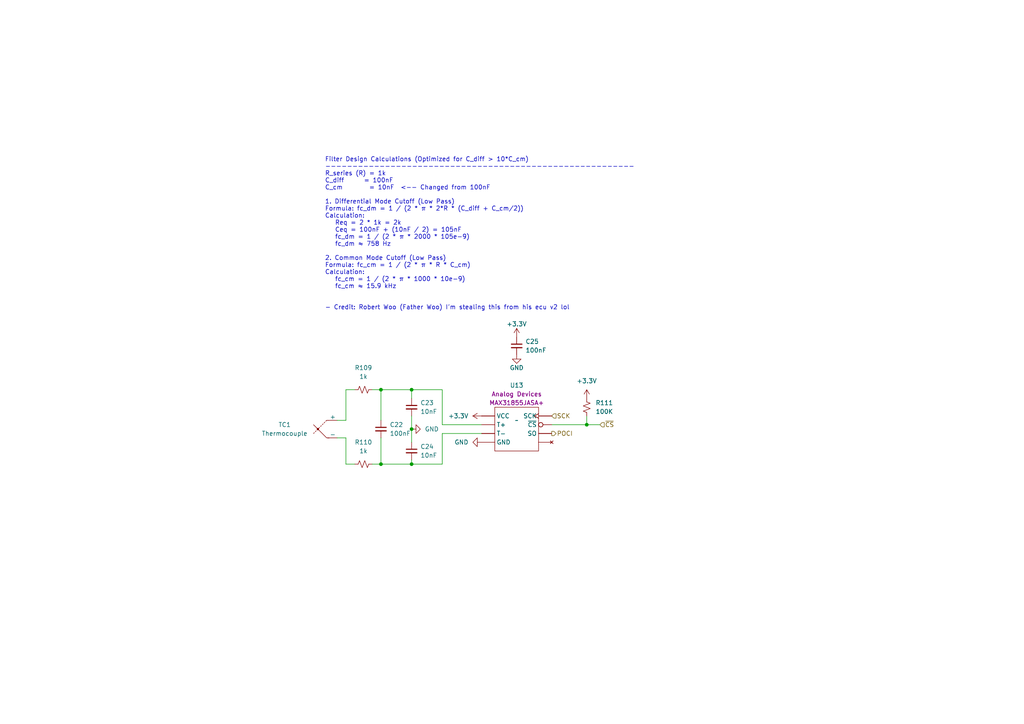
<source format=kicad_sch>
(kicad_sch (version 20250114) (generator "eeschema") (generator_version "9.0")
  (paper "A4")
  (lib_symbols
    (symbol "Device:C_Small" (pin_numbers (hide yes)) (pin_names (offset 0.254) (hide yes))
      (property "Reference" "C" (at 0.254 1.778 0))
      (property "Value" "C_Small" (at 0.254 -2.032 0))
      (symbol "C_Small_0_1"
        (polyline (pts (xy -1.524 0.508) (xy 1.524 0.508)) (stroke (width 0.3048)))
        (polyline (pts (xy -1.524 -0.508) (xy 1.524 -0.508)) (stroke (width 0.3302)))
      )
      (symbol "C_Small_1_1"
        (pin passive line (at 0 2.54 270) (length 2.032) (name "~") (number "1"))
        (pin passive line (at 0 -2.54 90) (length 2.032) (name "~") (number "2"))
      )
    )
    (symbol "Device:R_Small_US" (pin_numbers (hide yes)) (pin_names (offset 0.254) (hide yes))
      (property "Reference" "R" (at 0.762 0.508 0))
      (property "Value" "R_Small_US" (at 0.762 -1.016 0))
      (symbol "R_Small_US_1_1"
        (polyline (pts (xy 0 1.524) (xy 1.016 1.143) (xy 0 0.762) (xy -1.016 0.381) (xy 0 0)))
        (polyline (pts (xy 0 0) (xy 1.016 -0.381) (xy 0 -0.762) (xy -1.016 -1.143) (xy 0 -1.524)))
        (pin passive line (at 0 2.54 270) (length 1.016) (name "~") (number "1"))
        (pin passive line (at 0 -2.54 90) (length 1.016) (name "~") (number "2"))
      )
    )
    (symbol "Device:Thermocouple" (pin_numbers (hide yes)) (pin_names (offset 0))
      (property "Reference" "TC" (at -3.048 3.81 0))
      (property "Value" "Thermocouple" (at -5.08 -4.064 0))
      (symbol "Thermocouple_0_1"
        (polyline (pts (xy -4.064 -1.016) (xy -4.318 -1.27)))
        (polyline (pts (xy -3.556 -0.508) (xy -3.81 -0.762)))
        (circle (center -3.048 0) (radius 0.254) (fill (type outline)))
        (polyline (pts (xy -3.048 0) (xy -3.302 -0.254)))
        (polyline (pts (xy -2.54 0.508) (xy -2.794 0.254)))
        (polyline (pts (xy -2.032 1.016) (xy -2.286 0.762)))
        (polyline (pts (xy -1.524 1.524) (xy -1.778 1.27)))
        (polyline (pts (xy -1.016 2.032) (xy -1.27 1.778)))
        (polyline (pts (xy -0.508 2.54) (xy -0.762 2.286)))
        (polyline (pts (xy 0 2.54) (xy -0.508 2.54)))
        (polyline (pts (xy 0 -2.54) (xy -0.254 -2.54)))
        (polyline (pts (xy 0.254 -2.54) (xy -0.508 -2.54) (xy -4.318 1.27)))
      )
      (symbol "Thermocouple_1_1"
        (pin passive line (at 2.54 2.54 180) (length 2.54) (name "+") (number "1"))
        (pin passive line (at 2.54 -2.54 180) (length 2.54) (name "-") (number "2"))
      )
    )
    (symbol "UCIRP-KiCAD-Lib:MAX31855" (pin_numbers (hide yes))
      (property "Reference" "U" (at 0 7.62 0))
      (property "Manufacturer" "Analog Devices" (at 0 0 0))
      (property "Part #" "MAX31855" (at 0 0 0))
      (symbol "MAX31855_0_1"
        (rectangle (start -6.35 6.35) (end 6.35 -6.35))
      )
      (symbol "MAX31855_1_1"
        (pin power_in line (at -10.16 3.81 0) (length 3.81) (name "GND") (number "1"))
        (pin input line (at -10.16 1.27 0) (length 3.81) (name "T-") (number "2"))
        (pin input line (at -10.16 -1.27 0) (length 3.81) (name "T+") (number "3"))
        (pin power_in line (at -10.16 -3.81 0) (length 3.81) (name "VCC") (number "4"))
        (pin no_connect line (at 10.16 3.81 180) (length 3.81) (name "") (number "8"))
        (pin output line (at 10.16 1.27 180) (length 3.81) (name "SO") (number "7"))
        (pin input inverted (at 10.16 -1.27 180) (length 3.81) (name "~{CS}") (number "6"))
        (pin input clock (at 10.16 -3.81 180) (length 3.81) (name "SCK") (number "5"))
      )
    )
    (symbol "power:+3.3V" (power) (pin_names (offset 0))
      (property "Value" "+3.3V" (at 0 3.556 0))
      (symbol "+3.3V_0_1"
        (polyline (pts (xy -0.762 1.27) (xy 0 2.54)))
        (polyline (pts (xy 0 2.54) (xy 0.762 1.27)))
        (polyline (pts (xy 0 0) (xy 0 2.54)))
      )
      (symbol "+3.3V_1_1"
        (pin power_in line (at 0 0 90) (length 0) (hide yes) (name "+3.3V") (number "1"))
      )
    )
    (symbol "power:GND" (power) (pin_names (offset 0))
      (property "Value" "GND" (at 0 -3.81 0))
      (symbol "GND_0_1"
        (polyline (pts (xy 0 0) (xy 0 -1.27) (xy 1.27 -1.27) (xy 0 -2.54) (xy -1.27 -1.27) (xy 0 -1.27)))
      )
      (symbol "GND_1_1"
        (pin power_in line (at 0 0 270) (length 0) (hide yes) (name "GND") (number "1"))
      )
    )
  )
  (text "Filter Design Calculations (Optimized for C_diff > 10*C_cm)\n---------------------------------------------------------\nR_series (R) = 1k\nC_diff      = 100nF\nC_cm        = 10nF  <-- Changed from 100nF\n\n1. Differential Mode Cutoff (Low Pass)\nFormula: fc_dm = 1 / (2 * π * 2*R * (C_diff + C_cm/2))\nCalculation:\n   Req = 2 * 1k = 2k\n   Ceq = 100nF + (10nF / 2) = 105nF\n   fc_dm = 1 / (2 * π * 2000 * 105e-9)\n   fc_dm ≈ 758 Hz\n\n2. Common Mode Cutoff (Low Pass)\nFormula: fc_cm = 1 / (2 * π * R * C_cm)\nCalculation:\n   fc_cm = 1 / (2 * π * 1000 * 10e-9)\n   fc_cm ≈ 15.9 kHz\n\n\n- Credit: Robert Woo (Father Woo) I'm stealing this from his ecu v2 lol" (at 94.234 67.818 0) (effects (font (size 1.27 1.27)) (justify left)))
  (junction (at 110.49 113.03))
  (junction (at 119.38 113.03))
  (junction (at 110.49 134.62))
  (junction (at 119.38 134.62))
  (junction (at 170.18 123.19))
  (junction (at 119.38 124.46))
  (wire (pts (xy 139.7 125.73) (xy 128.27 125.73)))
  (wire (pts (xy 173.99 123.19) (xy 170.18 123.19)))
  (wire (pts (xy 128.27 113.03) (xy 128.27 123.19)))
  (wire (pts (xy 110.49 134.62) (xy 119.38 134.62)))
  (wire (pts (xy 119.38 133.35) (xy 119.38 134.62)))
  (wire (pts (xy 110.49 127) (xy 110.49 134.62)))
  (wire (pts (xy 170.18 120.65) (xy 170.18 123.19)))
  (wire (pts (xy 107.95 134.62) (xy 110.49 134.62)))
  (wire (pts (xy 119.38 124.46) (xy 119.38 128.27)))
  (wire (pts (xy 119.38 134.62) (xy 128.27 134.62)))
  (wire (pts (xy 110.49 113.03) (xy 107.95 113.03)))
  (wire (pts (xy 100.33 121.92) (xy 97.79 121.92)))
  (wire (pts (xy 97.79 127) (xy 100.33 127)))
  (wire (pts (xy 100.33 113.03) (xy 100.33 121.92)))
  (wire (pts (xy 100.33 134.62) (xy 102.87 134.62)))
  (wire (pts (xy 139.7 123.19) (xy 128.27 123.19)))
  (wire (pts (xy 110.49 113.03) (xy 110.49 121.92)))
  (wire (pts (xy 119.38 113.03) (xy 128.27 113.03)))
  (wire (pts (xy 119.38 120.65) (xy 119.38 124.46)))
  (wire (pts (xy 119.38 115.57) (xy 119.38 113.03)))
  (wire (pts (xy 102.87 113.03) (xy 100.33 113.03)))
  (wire (pts (xy 100.33 127) (xy 100.33 134.62)))
  (wire (pts (xy 128.27 125.73) (xy 128.27 134.62)))
  (wire (pts (xy 110.49 113.03) (xy 119.38 113.03)))
  (wire (pts (xy 170.18 123.19) (xy 160.02 123.19)))
  (hierarchical_label "SCK" (shape input) (at 160.02 120.65 0))
  (hierarchical_label "~{CS}" (shape input) (at 173.99 123.19 0))
  (hierarchical_label "POCI" (shape output) (at 160.02 125.73 0))
  (symbol (lib_id "power:+3.3V") (at 170.18 115.57 0) (unit 1)
    (property "Reference" "#PWR0136" (effects (hide yes)))
    (property "Value" "+3.3V" (at 170.18 110.49 0))
    (property "Description" "Power symbol creates a global label with name \"+3.3V\"" (effects (hide yes)))
    (instances (project "gse2-hardware" (path "" (reference "#PWR0136") (unit 1)) (path "" (reference "#PWR0299") (unit 1)) (path "" (reference "#PWR0210") (unit 1))))
  )
  (symbol (lib_id "Device:Thermocouple") (at 95.25 124.46 0) (unit 1)
    (property "Reference" "TC1" (at 82.55 123.19 0))
    (property "Value" "Thermocouple" (at 82.55 125.73 0))
    (property "Footprint" "0UCIRP-KiCAD-Lib:AM-K-PCB" (effects (hide yes)))
    (property "Datasheet" "https://www.farnell.com/datasheets/4071246.pdf" (effects (hide yes)))
    (property "Manufacturer" "Labfacility" (effects (hide yes)))
    (property "Part #" "AM-K-PCB" (effects (hide yes)))
    (instances (project "gse2-hardware" (path "" (reference "TC1") (unit 1)) (path "" (reference "TC3") (unit 1)) (path "" (reference "TC2") (unit 1))))
  )
  (symbol (lib_id "power:GND") (at 119.38 124.46 90) (unit 1)
    (property "Reference" "#PWR0131" (effects (hide yes)))
    (property "Value" "GND" (at 123.19 124.4599 90) (effects (justify right)))
    (instances (project "gse2-hardware" (path "" (reference "#PWR0131") (unit 1)) (path "" (reference "#PWR0293") (unit 1)) (path "" (reference "#PWR0137") (unit 1))))
  )
  (symbol (lib_id "Device:R_Small_US") (at 170.18 118.11 0) (unit 1)
    (property "Reference" "R111" (at 172.72 116.84 0) (effects (justify left)))
    (property "Value" "100K" (at 172.72 119.38 0) (effects (justify left)))
    (property "Footprint" "Resistor_SMD:R_0603_1608Metric" (effects (hide yes)))
    (property "Manufacturer" "Generic" (effects (hide yes)))
    (property "Part #" "Generic RES SMD 100K OHM 1% 1/16W 0402" (effects (hide yes)))
    (instances (project "gse2-hardware" (path "" (reference "R111") (unit 1)) (path "" (reference "R117") (unit 1)) (path "" (reference "R114") (unit 1))))
  )
  (symbol (lib_id "UCIRP-KiCAD-Lib:MAX31855") (at 149.86 124.46 0) (mirror x) (unit 1)
    (property "Reference" "U13" (at 149.86 111.76 0))
    (property "Value" "~" (at 149.86 121.92 0))
    (property "Footprint" "Package_SO:SOIC-8_3.9x4.9mm_P1.27mm" (effects (hide yes)))
    (property "Datasheet" "https://www.analog.com/media/en/technical-documentation/data-sheets/MAX31855.pdf" (effects (hide yes)))
    (property "Manufacturer" "Analog Devices" (at 149.86 114.3 0))
    (property "Part #" "MAX31855JASA+" (at 149.86 116.84 0))
    (instances (project "gse2-hardware" (path "" (reference "U13") (unit 1)) (path "" (reference "U19") (unit 1)) (path "" (reference "U14") (unit 1))))
  )
  (symbol (lib_id "Device:C_Small") (at 110.49 124.46 0) (unit 1)
    (property "Reference" "C22" (at 113.03 123.19 0) (effects (justify left)))
    (property "Value" "100nF" (at 113.03 125.73 0) (effects (justify left)))
    (property "Footprint" "Capacitor_SMD:C_0603_1608Metric" (effects (hide yes)))
    (property "Manufacturer" "Generic" (effects (hide yes)))
    (property "Part #" "Generic CAP CER 0.1UF 6.3V X7R 0402" (effects (hide yes)))
    (instances (project "gse2-hardware" (path "" (reference "C22") (unit 1)) (path "" (reference "C65") (unit 1)) (path "" (reference "C32") (unit 1))))
  )
  (symbol (lib_id "Device:R_Small_US") (at 105.41 113.03 90) (unit 1)
    (property "Reference" "R109" (at 105.41 106.68 90))
    (property "Value" "1k" (at 105.41 109.22 90))
    (property "Footprint" "Resistor_SMD:R_0603_1608Metric" (effects (hide yes)))
    (property "Description" "Resistor, small US symbol" (effects (hide yes)))
    (property "Part #" "Generic RES SMD 1K OHM 1% 1/16W 0402" (effects (hide yes)))
    (instances (project "gse2-hardware" (path "" (reference "R109") (unit 1)) (path "" (reference "R115") (unit 1)) (path "" (reference "R112") (unit 1))))
  )
  (symbol (lib_id "power:GND") (at 149.86 102.87 0) (unit 1)
    (property "Reference" "#PWR0135" (effects (hide yes)))
    (property "Value" "GND" (at 149.86 106.68 0))
    (instances (project "gse2-hardware" (path "" (reference "#PWR0135") (unit 1)) (path "" (reference "#PWR0298") (unit 1)) (path "" (reference "#PWR0209") (unit 1))))
  )
  (symbol (lib_id "Device:C_Small") (at 149.86 100.33 0) (unit 1)
    (property "Reference" "C25" (at 152.4 99.06 0) (effects (justify left)))
    (property "Value" "100nF" (at 152.4 101.6 0) (effects (justify left)))
    (property "Footprint" "Capacitor_SMD:C_0603_1608Metric" (effects (hide yes)))
    (property "Manufacturer" "Generic" (effects (hide yes)))
    (property "Part #" "Generic CAP CER 0.1UF 6.3V X7R 0402" (effects (hide yes)))
    (instances (project "gse2-hardware" (path "" (reference "C25") (unit 1)) (path "" (reference "C68") (unit 1)) (path "" (reference "C64") (unit 1))))
  )
  (symbol (lib_id "Device:C_Small") (at 119.38 118.11 0) (unit 1)
    (property "Reference" "C23" (at 121.92 116.84 0) (effects (justify left)))
    (property "Value" "10nF" (at 121.92 119.38 0) (effects (justify left)))
    (property "Footprint" "Capacitor_SMD:C_0603_1608Metric" (effects (hide yes)))
    (property "Manufacturer" "Generic" (effects (hide yes)))
    (property "Part #" "Generic CAP CER 10NF 6.3V X7R 0402" (effects (hide yes)))
    (instances (project "gse2-hardware" (path "" (reference "C23") (unit 1)) (path "" (reference "C66") (unit 1)) (path "" (reference "C33") (unit 1))))
  )
  (symbol (lib_id "Device:C_Small") (at 119.38 130.81 0) (unit 1)
    (property "Reference" "C24" (at 121.92 129.54 0) (effects (justify left)))
    (property "Value" "10nF" (at 121.92 132.08 0) (effects (justify left)))
    (property "Footprint" "Capacitor_SMD:C_0603_1608Metric" (effects (hide yes)))
    (property "Manufacturer" "Generic" (effects (hide yes)))
    (property "Part #" "Generic CAP CER 10NF 6.3V X7R 0402" (effects (hide yes)))
    (instances (project "gse2-hardware" (path "" (reference "C24") (unit 1)) (path "" (reference "C67") (unit 1)) (path "" (reference "C63") (unit 1))))
  )
  (symbol (lib_id "Device:R_Small_US") (at 105.41 134.62 90) (unit 1)
    (property "Reference" "R110" (at 105.41 128.27 90))
    (property "Value" "1k" (at 105.41 130.81 90))
    (property "Footprint" "Resistor_SMD:R_0603_1608Metric" (effects (hide yes)))
    (property "Description" "Resistor, small US symbol" (effects (hide yes)))
    (property "Part #" "Generic RES SMD 1K OHM 1% 1/16W 0402" (effects (hide yes)))
    (instances (project "gse2-hardware" (path "" (reference "R110") (unit 1)) (path "" (reference "R116") (unit 1)) (path "" (reference "R113") (unit 1))))
  )
  (symbol (lib_id "power:+3.3V") (at 139.7 120.65 90) (unit 1)
    (property "Reference" "#PWR0132" (effects (hide yes)))
    (property "Value" "+3.3V" (at 135.89 120.65 90) (effects (justify left)))
    (instances (project "gse2-hardware" (path "" (reference "#PWR0132") (unit 1)) (path "" (reference "#PWR0294") (unit 1)) (path "" (reference "#PWR0138") (unit 1))))
  )
  (symbol (lib_id "power:+3.3V") (at 149.86 97.79 0) (unit 1)
    (property "Reference" "#PWR0134" (effects (hide yes)))
    (property "Value" "+3.3V" (at 149.86 93.98 0))
    (instances (project "gse2-hardware" (path "" (reference "#PWR0134") (unit 1)) (path "" (reference "#PWR0296") (unit 1)) (path "" (reference "#PWR0208") (unit 1))))
  )
  (symbol (lib_id "power:GND") (at 139.7 128.27 270) (unit 1)
    (property "Reference" "#PWR0133" (effects (hide yes)))
    (property "Value" "GND" (at 135.89 128.27 90) (effects (justify right)))
    (instances (project "gse2-hardware" (path "" (reference "#PWR0133") (unit 1)) (path "" (reference "#PWR0295") (unit 1)) (path "" (reference "#PWR0207") (unit 1))))
  )
)
</source>
